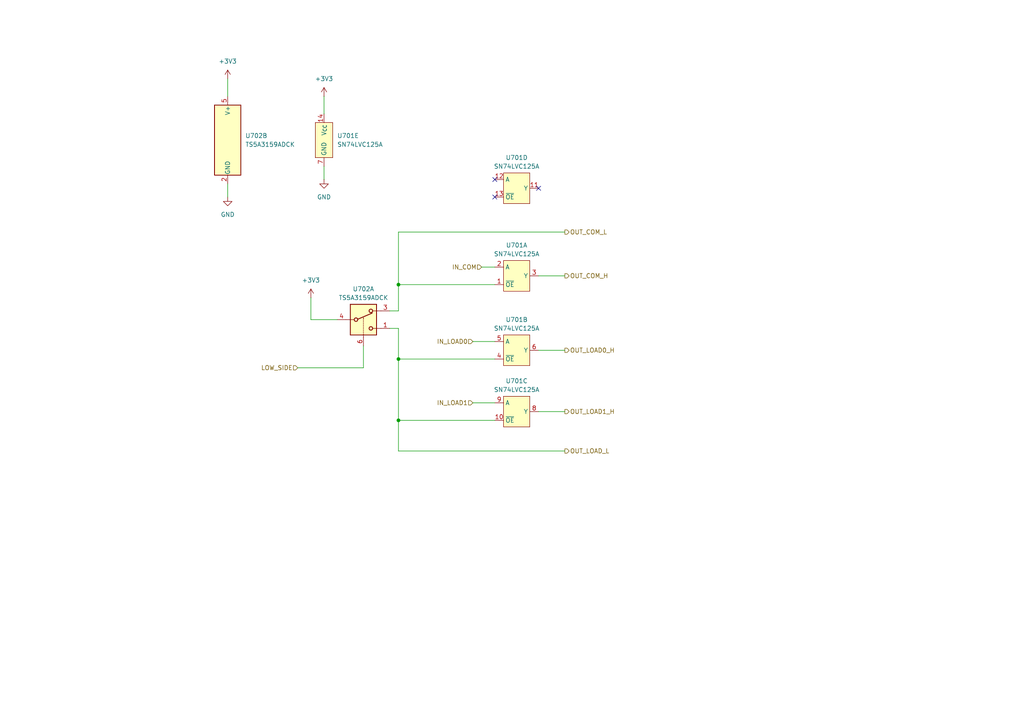
<source format=kicad_sch>
(kicad_sch (version 20231120) (generator "eeschema") (generator_version "8.0")
  (paper "A4")
  (lib_symbols
    (symbol "Analog_Switch:TS5A3159ADCK" (pin_names (offset 0.127))
      (property "Reference" "U" (at -3.175 4.699 0))
      (property "Value" "TS5A3159ADCK" (at -3.175 2.921 0))
      (symbol "TS5A3159ADCK_1_1"
        (rectangle (start -3.81 4.445) (end 3.81 -4.445) (stroke (width 0.254)) (fill (type background)))
        (circle (center -2.159 0) (radius 0.508) (stroke (width 0.254)))
        (polyline (pts (xy -5.08 0) (xy -2.794 0)))
        (polyline (pts (xy -1.651 0.127) (xy 2.54 1.905)) (stroke (width 0.254)))
        (polyline (pts (xy 0 -5.08) (xy 0 -4.572)))
        (polyline (pts (xy 0 -4.318) (xy 0 -4.064)))
        (polyline (pts (xy 0 -3.81) (xy 0 -3.556)))
        (polyline (pts (xy 0 -3.302) (xy 0 -3.048)))
        (polyline (pts (xy 0 -2.794) (xy 0 -2.54)))
        (polyline (pts (xy 0 -2.286) (xy 0 -2.032)))
        (polyline (pts (xy 0 -1.778) (xy 0 -1.524)))
        (polyline (pts (xy 0 -1.27) (xy 0 -1.016)))
        (polyline (pts (xy 0 -0.762) (xy 0 -0.508)))
        (polyline (pts (xy 0 -0.254) (xy 0 0)))
        (polyline (pts (xy 0 0.254) (xy 0 0.508)))
        (polyline (pts (xy 0 0.254) (xy 0 0.508)))
        (polyline (pts (xy 5.08 -2.54) (xy 2.794 -2.54)))
        (polyline (pts (xy 5.08 2.54) (xy 2.794 2.54)))
        (circle (center 2.159 -2.54) (radius 0.508) (stroke (width 0.254)))
        (circle (center 2.159 2.54) (radius 0.508) (stroke (width 0.254)))
        (pin passive line (at 7.62 -2.54 180) (length 2.54) (name "~") (number "1"))
        (pin passive line (at 7.62 2.54 180) (length 2.54) (name "~") (number "3"))
        (pin passive line (at -7.62 0 0) (length 2.54) (name "~") (number "4"))
        (pin input line (at 0 -7.62 90) (length 2.54) (name "~") (number "6"))
      )
      (symbol "TS5A3159ADCK_2_0"
        (pin power_in line (at 0 -12.7 90) (length 2.54) (name "GND") (number "2"))
        (pin power_in line (at 0 12.7 270) (length 2.54) (name "V+") (number "5"))
      )
      (symbol "TS5A3159ADCK_2_1"
        (rectangle (start -3.81 10.16) (end 3.81 -10.16) (stroke (width 0.254)) (fill (type background)))
      )
    )
    (symbol "SN74LVC125A_1"
      (property "Reference" "U" (at 0 5.334 0))
      (property "Value" "SN74LVC125A" (at 0 -5.588 0))
      (symbol "SN74LVC125A_1_1_1"
        (rectangle (start -3.81 4.445) (end 3.81 -4.445) (fill (type background)))
        (pin input line (at -6.35 -2.54 0) (length 2.54) (name "~{OE}") (number "1"))
        (pin input line (at -6.35 2.54 0) (length 2.54) (name "A") (number "2"))
        (pin output line (at 6.35 0 180) (length 2.54) (name "Y") (number "3"))
      )
      (symbol "SN74LVC125A_1_2_1"
        (rectangle (start -3.81 4.445) (end 3.81 -4.445) (fill (type background)))
        (pin input line (at -6.35 -2.54 0) (length 2.54) (name "~{OE}") (number "4"))
        (pin input line (at -6.35 2.54 0) (length 2.54) (name "A") (number "5"))
        (pin output line (at 6.35 0 180) (length 2.54) (name "Y") (number "6"))
      )
      (symbol "SN74LVC125A_1_3_1"
        (rectangle (start -3.81 4.445) (end 3.81 -4.445) (fill (type background)))
        (pin input line (at -6.35 -2.54 0) (length 2.54) (name "~{OE}") (number "10"))
        (pin output line (at 6.35 0 180) (length 2.54) (name "Y") (number "8"))
        (pin input line (at -6.35 2.54 0) (length 2.54) (name "A") (number "9"))
      )
      (symbol "SN74LVC125A_1_4_1"
        (rectangle (start -3.81 4.445) (end 3.81 -4.445) (fill (type background)))
        (pin input line (at 6.35 0 180) (length 2.54) (name "Y") (number "11"))
        (pin input line (at -6.35 2.54 0) (length 2.54) (name "A") (number "12"))
        (pin input line (at -6.35 -2.54 0) (length 2.54) (name "~{OE}") (number "13"))
      )
      (symbol "SN74LVC125A_1_5_1"
        (rectangle (start -2.54 3.81) (end 2.54 -6.35) (fill (type background)))
        (pin input line (at 0 6.35 270) (length 2.54) (name "V_{CC}") (number "14"))
        (pin input line (at 0 -8.89 90) (length 2.54) (name "GND") (number "7"))
      )
    )
    (symbol "mylib_ic:SN74LVC125A"
      (property "Reference" "U" (at 0 5.334 0))
      (property "Value" "SN74LVC125A" (at 0 -5.588 0))
      (symbol "SN74LVC125A_1_1"
        (rectangle (start -3.81 4.445) (end 3.81 -4.445) (fill (type background)))
        (pin input line (at -6.35 -2.54 0) (length 2.54) (name "~{OE}") (number "1"))
        (pin input line (at -6.35 2.54 0) (length 2.54) (name "A") (number "2"))
        (pin output line (at 6.35 0 180) (length 2.54) (name "Y") (number "3"))
      )
      (symbol "SN74LVC125A_2_1"
        (rectangle (start -3.81 4.445) (end 3.81 -4.445) (fill (type background)))
        (pin input line (at -6.35 -2.54 0) (length 2.54) (name "~{OE}") (number "4"))
        (pin input line (at -6.35 2.54 0) (length 2.54) (name "A") (number "5"))
        (pin output line (at 6.35 0 180) (length 2.54) (name "Y") (number "6"))
      )
      (symbol "SN74LVC125A_3_1"
        (rectangle (start -3.81 4.445) (end 3.81 -4.445) (fill (type background)))
        (pin input line (at -6.35 -2.54 0) (length 2.54) (name "~{OE}") (number "10"))
        (pin output line (at 6.35 0 180) (length 2.54) (name "Y") (number "8"))
        (pin input line (at -6.35 2.54 0) (length 2.54) (name "A") (number "9"))
      )
      (symbol "SN74LVC125A_4_1"
        (rectangle (start -3.81 4.445) (end 3.81 -4.445) (fill (type background)))
        (pin input line (at 6.35 0 180) (length 2.54) (name "Y") (number "11"))
        (pin input line (at -6.35 2.54 0) (length 2.54) (name "A") (number "12"))
        (pin input line (at -6.35 -2.54 0) (length 2.54) (name "~{OE}") (number "13"))
      )
      (symbol "SN74LVC125A_5_1"
        (rectangle (start -2.54 3.81) (end 2.54 -6.35) (fill (type background)))
        (pin input line (at 0 6.35 270) (length 2.54) (name "V_{CC}") (number "14"))
        (pin input line (at 0 -8.89 90) (length 2.54) (name "GND") (number "7"))
      )
    )
    (symbol "power:+3V3" (power) (pin_numbers hide) (pin_names (offset 0) hide)
      (property "Value" "+3V3" (at 0 3.556 0))
      (symbol "+3V3_0_1"
        (polyline (pts (xy -0.762 1.27) (xy 0 2.54)))
        (polyline (pts (xy 0 0) (xy 0 2.54)))
        (polyline (pts (xy 0 2.54) (xy 0.762 1.27)))
      )
      (symbol "+3V3_1_1"
        (pin power_in line (at 0 0 90) (length 0) (name "~") (number "1"))
      )
    )
    (symbol "power:GND" (power) (pin_numbers hide) (pin_names (offset 0) hide)
      (property "Value" "GND" (at 0 -3.81 0))
      (symbol "GND_0_1"
        (polyline (pts (xy 0 0) (xy 0 -1.27) (xy 1.27 -1.27) (xy 0 -2.54) (xy -1.27 -1.27) (xy 0 -1.27)))
      )
      (symbol "GND_1_1"
        (pin power_in line (at 0 0 270) (length 0) (name "~") (number "1"))
      )
    )
  )
  (junction (at 115.57 104.14))
  (junction (at 115.57 121.92))
  (junction (at 115.57 82.55))
  (no_connect (at 156.21 54.61))
  (no_connect (at 143.51 52.07))
  (no_connect (at 143.51 57.15))
  (wire (pts (xy 156.21 119.38) (xy 163.83 119.38)))
  (wire (pts (xy 156.21 80.01) (xy 163.83 80.01)))
  (wire (pts (xy 115.57 95.25) (xy 113.03 95.25)))
  (wire (pts (xy 115.57 82.55) (xy 143.51 82.55)))
  (wire (pts (xy 137.16 99.06) (xy 143.51 99.06)))
  (wire (pts (xy 115.57 104.14) (xy 143.51 104.14)))
  (wire (pts (xy 115.57 90.17) (xy 113.03 90.17)))
  (wire (pts (xy 115.57 130.81) (xy 163.83 130.81)))
  (wire (pts (xy 115.57 121.92) (xy 115.57 104.14)))
  (wire (pts (xy 93.98 27.94) (xy 93.98 33.02)))
  (wire (pts (xy 93.98 48.26) (xy 93.98 52.07)))
  (wire (pts (xy 66.04 53.34) (xy 66.04 57.15)))
  (wire (pts (xy 66.04 22.86) (xy 66.04 27.94)))
  (wire (pts (xy 115.57 130.81) (xy 115.57 121.92)))
  (wire (pts (xy 139.7 77.47) (xy 143.51 77.47)))
  (wire (pts (xy 115.57 67.31) (xy 163.83 67.31)))
  (wire (pts (xy 137.16 116.84) (xy 143.51 116.84)))
  (wire (pts (xy 115.57 104.14) (xy 115.57 95.25)))
  (wire (pts (xy 105.41 100.33) (xy 105.41 106.68)))
  (wire (pts (xy 90.17 86.36) (xy 90.17 92.71)))
  (wire (pts (xy 97.79 92.71) (xy 90.17 92.71)))
  (wire (pts (xy 156.21 101.6) (xy 163.83 101.6)))
  (wire (pts (xy 115.57 67.31) (xy 115.57 82.55)))
  (wire (pts (xy 115.57 82.55) (xy 115.57 90.17)))
  (wire (pts (xy 105.41 106.68) (xy 86.36 106.68)))
  (wire (pts (xy 143.51 121.92) (xy 115.57 121.92)))
  (hierarchical_label "OUT_COM_L" (shape output) (at 163.83 67.31 0))
  (hierarchical_label "IN_LOAD1" (shape input) (at 137.16 116.84 180))
  (hierarchical_label "LOW_SIDE" (shape input) (at 86.36 106.68 180))
  (hierarchical_label "OUT_COM_H" (shape output) (at 163.83 80.01 0))
  (hierarchical_label "OUT_LOAD1_H" (shape output) (at 163.83 119.38 0))
  (hierarchical_label "IN_LOAD0" (shape input) (at 137.16 99.06 180))
  (hierarchical_label "OUT_LOAD_L" (shape output) (at 163.83 130.81 0))
  (hierarchical_label "OUT_LOAD0_H" (shape output) (at 163.83 101.6 0))
  (hierarchical_label "IN_COM" (shape input) (at 139.7 77.47 180))
  (symbol (lib_id "power:GND") (at 66.04 57.15 0) (unit 1)
    (property "Reference" "#PWR0704" (effects (hide yes)))
    (property "Value" "GND" (at 66.04 62.23 0))
    (property "Description" "Power symbol creates a global label with name \"GND\" , ground" (effects (hide yes)))
  )
  (symbol (lib_id "power:+3V3") (at 90.17 86.36 0) (unit 1)
    (property "Reference" "#PWR0705" (effects (hide yes)))
    (property "Value" "+3V3" (at 90.17 81.28 0))
    (property "Description" "Power symbol creates a global label with name \"+3V3\"" (effects (hide yes)))
  )
  (symbol (lib_name "SN74LVC125A_1") (lib_id "mylib_ic:SN74LVC125A") (at 149.86 101.6 0) (unit 2)
    (property "Reference" "U701" (at 149.86 92.71 0))
    (property "Value" "SN74LVC125A" (at 149.86 95.25 0))
    (property "Footprint" "Package_SO:TSSOP-14_4.4x5mm_P0.65mm" (effects (hide yes)))
  )
  (symbol (lib_id "power:GND") (at 93.98 52.07 0) (unit 1)
    (property "Reference" "#PWR0703" (effects (hide yes)))
    (property "Value" "GND" (at 93.98 57.15 0))
    (property "Description" "Power symbol creates a global label with name \"GND\" , ground" (effects (hide yes)))
  )
  (symbol (lib_name "SN74LVC125A_1") (lib_id "mylib_ic:SN74LVC125A") (at 149.86 54.61 0) (unit 4)
    (property "Reference" "U701" (at 149.86 45.72 0))
    (property "Value" "SN74LVC125A" (at 149.86 48.26 0))
    (property "Footprint" "Package_SO:TSSOP-14_4.4x5mm_P0.65mm" (effects (hide yes)))
  )
  (symbol (lib_name "SN74LVC125A_1") (lib_id "mylib_ic:SN74LVC125A") (at 149.86 119.38 0) (unit 3)
    (property "Reference" "U701" (at 149.86 110.49 0))
    (property "Value" "SN74LVC125A" (at 149.86 113.03 0))
    (property "Footprint" "Package_SO:TSSOP-14_4.4x5mm_P0.65mm" (effects (hide yes)))
  )
  (symbol (lib_id "Analog_Switch:TS5A3159ADCK") (at 105.41 92.71 0) (unit 1)
    (property "Reference" "U702" (at 105.41 83.82 0))
    (property "Value" "TS5A3159ADCK" (at 105.41 86.36 0))
    (property "Footprint" "Package_TO_SOT_SMD:SOT-363_SC-70-6" (effects (hide yes)))
    (property "Datasheet" "http://www.ti.com/lit/ds/symlink/ts5a3159a.pdf" (effects (hide yes)))
    (property "Description" "Single SPDT Analog Switch, 1.65-V to 5.5-V Single-Supply Operation, 1Ohm Ron, SC-70-6" (effects (hide yes)))
  )
  (symbol (lib_name "SN74LVC125A_1") (lib_id "mylib_ic:SN74LVC125A") (at 149.86 80.01 0) (unit 1)
    (property "Reference" "U701" (at 149.86 71.12 0))
    (property "Value" "SN74LVC125A" (at 149.86 73.66 0))
    (property "Footprint" "Package_SO:TSSOP-14_4.4x5mm_P0.65mm" (effects (hide yes)))
  )
  (symbol (lib_id "Analog_Switch:TS5A3159ADCK") (at 66.04 40.64 0) (unit 2)
    (property "Reference" "U702" (at 71.12 39.3699 0) (effects (justify left)))
    (property "Value" "TS5A3159ADCK" (at 71.12 41.9099 0) (effects (justify left)))
    (property "Footprint" "Package_TO_SOT_SMD:SOT-363_SC-70-6" (effects (hide yes)))
    (property "Datasheet" "http://www.ti.com/lit/ds/symlink/ts5a3159a.pdf" (effects (hide yes)))
    (property "Description" "Single SPDT Analog Switch, 1.65-V to 5.5-V Single-Supply Operation, 1Ohm Ron, SC-70-6" (effects (hide yes)))
  )
  (symbol (lib_id "power:+3V3") (at 93.98 27.94 0) (unit 1)
    (property "Reference" "#PWR0702" (effects (hide yes)))
    (property "Value" "+3V3" (at 93.98 22.86 0))
    (property "Description" "Power symbol creates a global label with name \"+3V3\"" (effects (hide yes)))
  )
  (symbol (lib_id "power:+3V3") (at 66.04 22.86 0) (unit 1)
    (property "Reference" "#PWR0701" (effects (hide yes)))
    (property "Value" "+3V3" (at 66.04 17.78 0))
    (property "Description" "Power symbol creates a global label with name \"+3V3\"" (effects (hide yes)))
  )
  (symbol (lib_id "mylib_ic:SN74LVC125A") (at 93.98 39.37 0) (unit 5)
    (property "Reference" "U701" (at 97.79 39.3699 0) (effects (justify left)))
    (property "Value" "SN74LVC125A" (at 97.79 41.9099 0) (effects (justify left)))
    (property "Footprint" "Package_SO:TSSOP-14_4.4x5mm_P0.65mm" (effects (hide yes)))
  )
)
</source>
